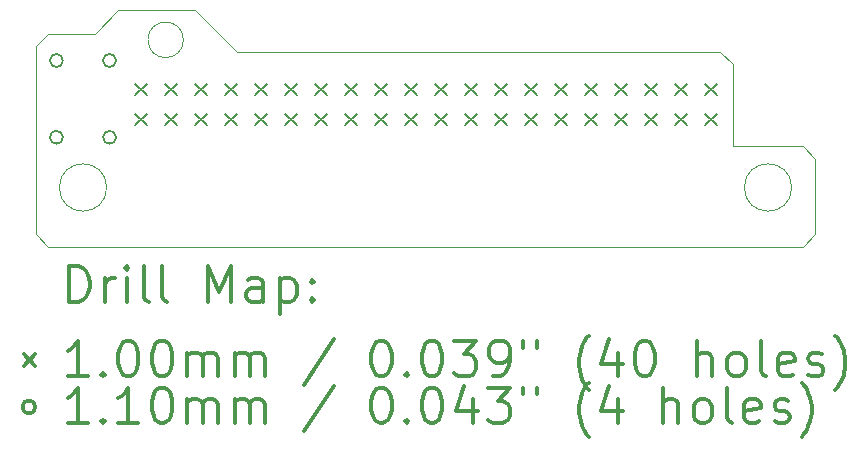
<source format=gbr>
%FSLAX45Y45*%
G04 Gerber Fmt 4.5, Leading zero omitted, Abs format (unit mm)*
G04 Created by KiCad (PCBNEW 5.1.9) date 2021-02-16 04:36:51*
%MOMM*%
%LPD*%
G01*
G04 APERTURE LIST*
%TA.AperFunction,Profile*%
%ADD10C,0.050000*%
%TD*%
%ADD11C,0.200000*%
%ADD12C,0.300000*%
G04 APERTURE END LIST*
D10*
X11708300Y-9606500D02*
X12102300Y-9606500D01*
X12102300Y-9606500D02*
X12302300Y-9406500D01*
X12302300Y-9406500D02*
X12952300Y-9406500D01*
X12952300Y-9406500D02*
X13302300Y-9756500D01*
X13302300Y-9756500D02*
X17396200Y-9756500D01*
X17396200Y-9756500D02*
X17502300Y-9862600D01*
X17502300Y-9862600D02*
X17502300Y-10556500D01*
X17502300Y-10556500D02*
X18096200Y-10556500D01*
X18096200Y-10556500D02*
X18202300Y-10662600D01*
X18202300Y-10662600D02*
X18202300Y-11300500D01*
X18202300Y-11300500D02*
X18096200Y-11406500D01*
X18096200Y-11406500D02*
X11708300Y-11406500D01*
X11708300Y-11406500D02*
X11602300Y-11300500D01*
X11602300Y-11300500D02*
X11602300Y-9712600D01*
X11602300Y-9712600D02*
X11708300Y-9606500D01*
X12202300Y-10906500D02*
G75*
G03*
X12202300Y-10906500I-200000J0D01*
G01*
X18002300Y-10906500D02*
G75*
G03*
X18002300Y-10906500I-200000J0D01*
G01*
X12852300Y-9656500D02*
G75*
G03*
X12852300Y-9656500I-150000J0D01*
G01*
D11*
X12442280Y-10026533D02*
X12542280Y-10126533D01*
X12542280Y-10026533D02*
X12442280Y-10126533D01*
X12442280Y-10280533D02*
X12542280Y-10380533D01*
X12542280Y-10280533D02*
X12442280Y-10380533D01*
X12696280Y-10026533D02*
X12796280Y-10126533D01*
X12796280Y-10026533D02*
X12696280Y-10126533D01*
X12696280Y-10280533D02*
X12796280Y-10380533D01*
X12796280Y-10280533D02*
X12696280Y-10380533D01*
X12950280Y-10026533D02*
X13050280Y-10126533D01*
X13050280Y-10026533D02*
X12950280Y-10126533D01*
X12950280Y-10280533D02*
X13050280Y-10380533D01*
X13050280Y-10280533D02*
X12950280Y-10380533D01*
X13204280Y-10026533D02*
X13304280Y-10126533D01*
X13304280Y-10026533D02*
X13204280Y-10126533D01*
X13204280Y-10280533D02*
X13304280Y-10380533D01*
X13304280Y-10280533D02*
X13204280Y-10380533D01*
X13458280Y-10026533D02*
X13558280Y-10126533D01*
X13558280Y-10026533D02*
X13458280Y-10126533D01*
X13458280Y-10280533D02*
X13558280Y-10380533D01*
X13558280Y-10280533D02*
X13458280Y-10380533D01*
X13712280Y-10026533D02*
X13812280Y-10126533D01*
X13812280Y-10026533D02*
X13712280Y-10126533D01*
X13712280Y-10280533D02*
X13812280Y-10380533D01*
X13812280Y-10280533D02*
X13712280Y-10380533D01*
X13966280Y-10026533D02*
X14066280Y-10126533D01*
X14066280Y-10026533D02*
X13966280Y-10126533D01*
X13966280Y-10280533D02*
X14066280Y-10380533D01*
X14066280Y-10280533D02*
X13966280Y-10380533D01*
X14220280Y-10026533D02*
X14320280Y-10126533D01*
X14320280Y-10026533D02*
X14220280Y-10126533D01*
X14220280Y-10280533D02*
X14320280Y-10380533D01*
X14320280Y-10280533D02*
X14220280Y-10380533D01*
X14474280Y-10026533D02*
X14574280Y-10126533D01*
X14574280Y-10026533D02*
X14474280Y-10126533D01*
X14474280Y-10280533D02*
X14574280Y-10380533D01*
X14574280Y-10280533D02*
X14474280Y-10380533D01*
X14728280Y-10026533D02*
X14828280Y-10126533D01*
X14828280Y-10026533D02*
X14728280Y-10126533D01*
X14728280Y-10280533D02*
X14828280Y-10380533D01*
X14828280Y-10280533D02*
X14728280Y-10380533D01*
X14982280Y-10026533D02*
X15082280Y-10126533D01*
X15082280Y-10026533D02*
X14982280Y-10126533D01*
X14982280Y-10280533D02*
X15082280Y-10380533D01*
X15082280Y-10280533D02*
X14982280Y-10380533D01*
X15236280Y-10026533D02*
X15336280Y-10126533D01*
X15336280Y-10026533D02*
X15236280Y-10126533D01*
X15236280Y-10280533D02*
X15336280Y-10380533D01*
X15336280Y-10280533D02*
X15236280Y-10380533D01*
X15490280Y-10026533D02*
X15590280Y-10126533D01*
X15590280Y-10026533D02*
X15490280Y-10126533D01*
X15490280Y-10280533D02*
X15590280Y-10380533D01*
X15590280Y-10280533D02*
X15490280Y-10380533D01*
X15744280Y-10026533D02*
X15844280Y-10126533D01*
X15844280Y-10026533D02*
X15744280Y-10126533D01*
X15744280Y-10280533D02*
X15844280Y-10380533D01*
X15844280Y-10280533D02*
X15744280Y-10380533D01*
X15998280Y-10026533D02*
X16098280Y-10126533D01*
X16098280Y-10026533D02*
X15998280Y-10126533D01*
X15998280Y-10280533D02*
X16098280Y-10380533D01*
X16098280Y-10280533D02*
X15998280Y-10380533D01*
X16252280Y-10026533D02*
X16352280Y-10126533D01*
X16352280Y-10026533D02*
X16252280Y-10126533D01*
X16252280Y-10280533D02*
X16352280Y-10380533D01*
X16352280Y-10280533D02*
X16252280Y-10380533D01*
X16506280Y-10026533D02*
X16606280Y-10126533D01*
X16606280Y-10026533D02*
X16506280Y-10126533D01*
X16506280Y-10280533D02*
X16606280Y-10380533D01*
X16606280Y-10280533D02*
X16506280Y-10380533D01*
X16760280Y-10026533D02*
X16860280Y-10126533D01*
X16860280Y-10026533D02*
X16760280Y-10126533D01*
X16760280Y-10280533D02*
X16860280Y-10380533D01*
X16860280Y-10280533D02*
X16760280Y-10380533D01*
X17014280Y-10026533D02*
X17114280Y-10126533D01*
X17114280Y-10026533D02*
X17014280Y-10126533D01*
X17014280Y-10280533D02*
X17114280Y-10380533D01*
X17114280Y-10280533D02*
X17014280Y-10380533D01*
X17268280Y-10026533D02*
X17368280Y-10126533D01*
X17368280Y-10026533D02*
X17268280Y-10126533D01*
X17268280Y-10280533D02*
X17368280Y-10380533D01*
X17368280Y-10280533D02*
X17268280Y-10380533D01*
X11832280Y-9831533D02*
G75*
G03*
X11832280Y-9831533I-55000J0D01*
G01*
X11832280Y-10481533D02*
G75*
G03*
X11832280Y-10481533I-55000J0D01*
G01*
X12282280Y-9831533D02*
G75*
G03*
X12282280Y-9831533I-55000J0D01*
G01*
X12282280Y-10481533D02*
G75*
G03*
X12282280Y-10481533I-55000J0D01*
G01*
D12*
X11886228Y-11874714D02*
X11886228Y-11574714D01*
X11957657Y-11574714D01*
X12000514Y-11589000D01*
X12029086Y-11617571D01*
X12043371Y-11646143D01*
X12057657Y-11703286D01*
X12057657Y-11746143D01*
X12043371Y-11803286D01*
X12029086Y-11831857D01*
X12000514Y-11860429D01*
X11957657Y-11874714D01*
X11886228Y-11874714D01*
X12186228Y-11874714D02*
X12186228Y-11674714D01*
X12186228Y-11731857D02*
X12200514Y-11703286D01*
X12214800Y-11689000D01*
X12243371Y-11674714D01*
X12271943Y-11674714D01*
X12371943Y-11874714D02*
X12371943Y-11674714D01*
X12371943Y-11574714D02*
X12357657Y-11589000D01*
X12371943Y-11603286D01*
X12386228Y-11589000D01*
X12371943Y-11574714D01*
X12371943Y-11603286D01*
X12557657Y-11874714D02*
X12529086Y-11860429D01*
X12514800Y-11831857D01*
X12514800Y-11574714D01*
X12714800Y-11874714D02*
X12686228Y-11860429D01*
X12671943Y-11831857D01*
X12671943Y-11574714D01*
X13057657Y-11874714D02*
X13057657Y-11574714D01*
X13157657Y-11789000D01*
X13257657Y-11574714D01*
X13257657Y-11874714D01*
X13529086Y-11874714D02*
X13529086Y-11717571D01*
X13514800Y-11689000D01*
X13486228Y-11674714D01*
X13429086Y-11674714D01*
X13400514Y-11689000D01*
X13529086Y-11860429D02*
X13500514Y-11874714D01*
X13429086Y-11874714D01*
X13400514Y-11860429D01*
X13386228Y-11831857D01*
X13386228Y-11803286D01*
X13400514Y-11774714D01*
X13429086Y-11760429D01*
X13500514Y-11760429D01*
X13529086Y-11746143D01*
X13671943Y-11674714D02*
X13671943Y-11974714D01*
X13671943Y-11689000D02*
X13700514Y-11674714D01*
X13757657Y-11674714D01*
X13786228Y-11689000D01*
X13800514Y-11703286D01*
X13814800Y-11731857D01*
X13814800Y-11817571D01*
X13800514Y-11846143D01*
X13786228Y-11860429D01*
X13757657Y-11874714D01*
X13700514Y-11874714D01*
X13671943Y-11860429D01*
X13943371Y-11846143D02*
X13957657Y-11860429D01*
X13943371Y-11874714D01*
X13929086Y-11860429D01*
X13943371Y-11846143D01*
X13943371Y-11874714D01*
X13943371Y-11689000D02*
X13957657Y-11703286D01*
X13943371Y-11717571D01*
X13929086Y-11703286D01*
X13943371Y-11689000D01*
X13943371Y-11717571D01*
X11499800Y-12319000D02*
X11599800Y-12419000D01*
X11599800Y-12319000D02*
X11499800Y-12419000D01*
X12043371Y-12504714D02*
X11871943Y-12504714D01*
X11957657Y-12504714D02*
X11957657Y-12204714D01*
X11929086Y-12247571D01*
X11900514Y-12276143D01*
X11871943Y-12290429D01*
X12171943Y-12476143D02*
X12186228Y-12490429D01*
X12171943Y-12504714D01*
X12157657Y-12490429D01*
X12171943Y-12476143D01*
X12171943Y-12504714D01*
X12371943Y-12204714D02*
X12400514Y-12204714D01*
X12429086Y-12219000D01*
X12443371Y-12233286D01*
X12457657Y-12261857D01*
X12471943Y-12319000D01*
X12471943Y-12390429D01*
X12457657Y-12447571D01*
X12443371Y-12476143D01*
X12429086Y-12490429D01*
X12400514Y-12504714D01*
X12371943Y-12504714D01*
X12343371Y-12490429D01*
X12329086Y-12476143D01*
X12314800Y-12447571D01*
X12300514Y-12390429D01*
X12300514Y-12319000D01*
X12314800Y-12261857D01*
X12329086Y-12233286D01*
X12343371Y-12219000D01*
X12371943Y-12204714D01*
X12657657Y-12204714D02*
X12686228Y-12204714D01*
X12714800Y-12219000D01*
X12729086Y-12233286D01*
X12743371Y-12261857D01*
X12757657Y-12319000D01*
X12757657Y-12390429D01*
X12743371Y-12447571D01*
X12729086Y-12476143D01*
X12714800Y-12490429D01*
X12686228Y-12504714D01*
X12657657Y-12504714D01*
X12629086Y-12490429D01*
X12614800Y-12476143D01*
X12600514Y-12447571D01*
X12586228Y-12390429D01*
X12586228Y-12319000D01*
X12600514Y-12261857D01*
X12614800Y-12233286D01*
X12629086Y-12219000D01*
X12657657Y-12204714D01*
X12886228Y-12504714D02*
X12886228Y-12304714D01*
X12886228Y-12333286D02*
X12900514Y-12319000D01*
X12929086Y-12304714D01*
X12971943Y-12304714D01*
X13000514Y-12319000D01*
X13014800Y-12347571D01*
X13014800Y-12504714D01*
X13014800Y-12347571D02*
X13029086Y-12319000D01*
X13057657Y-12304714D01*
X13100514Y-12304714D01*
X13129086Y-12319000D01*
X13143371Y-12347571D01*
X13143371Y-12504714D01*
X13286228Y-12504714D02*
X13286228Y-12304714D01*
X13286228Y-12333286D02*
X13300514Y-12319000D01*
X13329086Y-12304714D01*
X13371943Y-12304714D01*
X13400514Y-12319000D01*
X13414800Y-12347571D01*
X13414800Y-12504714D01*
X13414800Y-12347571D02*
X13429086Y-12319000D01*
X13457657Y-12304714D01*
X13500514Y-12304714D01*
X13529086Y-12319000D01*
X13543371Y-12347571D01*
X13543371Y-12504714D01*
X14129086Y-12190429D02*
X13871943Y-12576143D01*
X14514800Y-12204714D02*
X14543371Y-12204714D01*
X14571943Y-12219000D01*
X14586228Y-12233286D01*
X14600514Y-12261857D01*
X14614800Y-12319000D01*
X14614800Y-12390429D01*
X14600514Y-12447571D01*
X14586228Y-12476143D01*
X14571943Y-12490429D01*
X14543371Y-12504714D01*
X14514800Y-12504714D01*
X14486228Y-12490429D01*
X14471943Y-12476143D01*
X14457657Y-12447571D01*
X14443371Y-12390429D01*
X14443371Y-12319000D01*
X14457657Y-12261857D01*
X14471943Y-12233286D01*
X14486228Y-12219000D01*
X14514800Y-12204714D01*
X14743371Y-12476143D02*
X14757657Y-12490429D01*
X14743371Y-12504714D01*
X14729086Y-12490429D01*
X14743371Y-12476143D01*
X14743371Y-12504714D01*
X14943371Y-12204714D02*
X14971943Y-12204714D01*
X15000514Y-12219000D01*
X15014800Y-12233286D01*
X15029086Y-12261857D01*
X15043371Y-12319000D01*
X15043371Y-12390429D01*
X15029086Y-12447571D01*
X15014800Y-12476143D01*
X15000514Y-12490429D01*
X14971943Y-12504714D01*
X14943371Y-12504714D01*
X14914800Y-12490429D01*
X14900514Y-12476143D01*
X14886228Y-12447571D01*
X14871943Y-12390429D01*
X14871943Y-12319000D01*
X14886228Y-12261857D01*
X14900514Y-12233286D01*
X14914800Y-12219000D01*
X14943371Y-12204714D01*
X15143371Y-12204714D02*
X15329086Y-12204714D01*
X15229086Y-12319000D01*
X15271943Y-12319000D01*
X15300514Y-12333286D01*
X15314800Y-12347571D01*
X15329086Y-12376143D01*
X15329086Y-12447571D01*
X15314800Y-12476143D01*
X15300514Y-12490429D01*
X15271943Y-12504714D01*
X15186228Y-12504714D01*
X15157657Y-12490429D01*
X15143371Y-12476143D01*
X15471943Y-12504714D02*
X15529086Y-12504714D01*
X15557657Y-12490429D01*
X15571943Y-12476143D01*
X15600514Y-12433286D01*
X15614800Y-12376143D01*
X15614800Y-12261857D01*
X15600514Y-12233286D01*
X15586228Y-12219000D01*
X15557657Y-12204714D01*
X15500514Y-12204714D01*
X15471943Y-12219000D01*
X15457657Y-12233286D01*
X15443371Y-12261857D01*
X15443371Y-12333286D01*
X15457657Y-12361857D01*
X15471943Y-12376143D01*
X15500514Y-12390429D01*
X15557657Y-12390429D01*
X15586228Y-12376143D01*
X15600514Y-12361857D01*
X15614800Y-12333286D01*
X15729086Y-12204714D02*
X15729086Y-12261857D01*
X15843371Y-12204714D02*
X15843371Y-12261857D01*
X16286228Y-12619000D02*
X16271943Y-12604714D01*
X16243371Y-12561857D01*
X16229086Y-12533286D01*
X16214800Y-12490429D01*
X16200514Y-12419000D01*
X16200514Y-12361857D01*
X16214800Y-12290429D01*
X16229086Y-12247571D01*
X16243371Y-12219000D01*
X16271943Y-12176143D01*
X16286228Y-12161857D01*
X16529086Y-12304714D02*
X16529086Y-12504714D01*
X16457657Y-12190429D02*
X16386228Y-12404714D01*
X16571943Y-12404714D01*
X16743371Y-12204714D02*
X16771943Y-12204714D01*
X16800514Y-12219000D01*
X16814800Y-12233286D01*
X16829086Y-12261857D01*
X16843371Y-12319000D01*
X16843371Y-12390429D01*
X16829086Y-12447571D01*
X16814800Y-12476143D01*
X16800514Y-12490429D01*
X16771943Y-12504714D01*
X16743371Y-12504714D01*
X16714800Y-12490429D01*
X16700514Y-12476143D01*
X16686228Y-12447571D01*
X16671943Y-12390429D01*
X16671943Y-12319000D01*
X16686228Y-12261857D01*
X16700514Y-12233286D01*
X16714800Y-12219000D01*
X16743371Y-12204714D01*
X17200514Y-12504714D02*
X17200514Y-12204714D01*
X17329086Y-12504714D02*
X17329086Y-12347571D01*
X17314800Y-12319000D01*
X17286228Y-12304714D01*
X17243371Y-12304714D01*
X17214800Y-12319000D01*
X17200514Y-12333286D01*
X17514800Y-12504714D02*
X17486228Y-12490429D01*
X17471943Y-12476143D01*
X17457657Y-12447571D01*
X17457657Y-12361857D01*
X17471943Y-12333286D01*
X17486228Y-12319000D01*
X17514800Y-12304714D01*
X17557657Y-12304714D01*
X17586228Y-12319000D01*
X17600514Y-12333286D01*
X17614800Y-12361857D01*
X17614800Y-12447571D01*
X17600514Y-12476143D01*
X17586228Y-12490429D01*
X17557657Y-12504714D01*
X17514800Y-12504714D01*
X17786228Y-12504714D02*
X17757657Y-12490429D01*
X17743371Y-12461857D01*
X17743371Y-12204714D01*
X18014800Y-12490429D02*
X17986228Y-12504714D01*
X17929086Y-12504714D01*
X17900514Y-12490429D01*
X17886228Y-12461857D01*
X17886228Y-12347571D01*
X17900514Y-12319000D01*
X17929086Y-12304714D01*
X17986228Y-12304714D01*
X18014800Y-12319000D01*
X18029086Y-12347571D01*
X18029086Y-12376143D01*
X17886228Y-12404714D01*
X18143371Y-12490429D02*
X18171943Y-12504714D01*
X18229086Y-12504714D01*
X18257657Y-12490429D01*
X18271943Y-12461857D01*
X18271943Y-12447571D01*
X18257657Y-12419000D01*
X18229086Y-12404714D01*
X18186228Y-12404714D01*
X18157657Y-12390429D01*
X18143371Y-12361857D01*
X18143371Y-12347571D01*
X18157657Y-12319000D01*
X18186228Y-12304714D01*
X18229086Y-12304714D01*
X18257657Y-12319000D01*
X18371943Y-12619000D02*
X18386228Y-12604714D01*
X18414800Y-12561857D01*
X18429086Y-12533286D01*
X18443371Y-12490429D01*
X18457657Y-12419000D01*
X18457657Y-12361857D01*
X18443371Y-12290429D01*
X18429086Y-12247571D01*
X18414800Y-12219000D01*
X18386228Y-12176143D01*
X18371943Y-12161857D01*
X11599800Y-12765000D02*
G75*
G03*
X11599800Y-12765000I-55000J0D01*
G01*
X12043371Y-12900714D02*
X11871943Y-12900714D01*
X11957657Y-12900714D02*
X11957657Y-12600714D01*
X11929086Y-12643571D01*
X11900514Y-12672143D01*
X11871943Y-12686429D01*
X12171943Y-12872143D02*
X12186228Y-12886429D01*
X12171943Y-12900714D01*
X12157657Y-12886429D01*
X12171943Y-12872143D01*
X12171943Y-12900714D01*
X12471943Y-12900714D02*
X12300514Y-12900714D01*
X12386228Y-12900714D02*
X12386228Y-12600714D01*
X12357657Y-12643571D01*
X12329086Y-12672143D01*
X12300514Y-12686429D01*
X12657657Y-12600714D02*
X12686228Y-12600714D01*
X12714800Y-12615000D01*
X12729086Y-12629286D01*
X12743371Y-12657857D01*
X12757657Y-12715000D01*
X12757657Y-12786429D01*
X12743371Y-12843571D01*
X12729086Y-12872143D01*
X12714800Y-12886429D01*
X12686228Y-12900714D01*
X12657657Y-12900714D01*
X12629086Y-12886429D01*
X12614800Y-12872143D01*
X12600514Y-12843571D01*
X12586228Y-12786429D01*
X12586228Y-12715000D01*
X12600514Y-12657857D01*
X12614800Y-12629286D01*
X12629086Y-12615000D01*
X12657657Y-12600714D01*
X12886228Y-12900714D02*
X12886228Y-12700714D01*
X12886228Y-12729286D02*
X12900514Y-12715000D01*
X12929086Y-12700714D01*
X12971943Y-12700714D01*
X13000514Y-12715000D01*
X13014800Y-12743571D01*
X13014800Y-12900714D01*
X13014800Y-12743571D02*
X13029086Y-12715000D01*
X13057657Y-12700714D01*
X13100514Y-12700714D01*
X13129086Y-12715000D01*
X13143371Y-12743571D01*
X13143371Y-12900714D01*
X13286228Y-12900714D02*
X13286228Y-12700714D01*
X13286228Y-12729286D02*
X13300514Y-12715000D01*
X13329086Y-12700714D01*
X13371943Y-12700714D01*
X13400514Y-12715000D01*
X13414800Y-12743571D01*
X13414800Y-12900714D01*
X13414800Y-12743571D02*
X13429086Y-12715000D01*
X13457657Y-12700714D01*
X13500514Y-12700714D01*
X13529086Y-12715000D01*
X13543371Y-12743571D01*
X13543371Y-12900714D01*
X14129086Y-12586429D02*
X13871943Y-12972143D01*
X14514800Y-12600714D02*
X14543371Y-12600714D01*
X14571943Y-12615000D01*
X14586228Y-12629286D01*
X14600514Y-12657857D01*
X14614800Y-12715000D01*
X14614800Y-12786429D01*
X14600514Y-12843571D01*
X14586228Y-12872143D01*
X14571943Y-12886429D01*
X14543371Y-12900714D01*
X14514800Y-12900714D01*
X14486228Y-12886429D01*
X14471943Y-12872143D01*
X14457657Y-12843571D01*
X14443371Y-12786429D01*
X14443371Y-12715000D01*
X14457657Y-12657857D01*
X14471943Y-12629286D01*
X14486228Y-12615000D01*
X14514800Y-12600714D01*
X14743371Y-12872143D02*
X14757657Y-12886429D01*
X14743371Y-12900714D01*
X14729086Y-12886429D01*
X14743371Y-12872143D01*
X14743371Y-12900714D01*
X14943371Y-12600714D02*
X14971943Y-12600714D01*
X15000514Y-12615000D01*
X15014800Y-12629286D01*
X15029086Y-12657857D01*
X15043371Y-12715000D01*
X15043371Y-12786429D01*
X15029086Y-12843571D01*
X15014800Y-12872143D01*
X15000514Y-12886429D01*
X14971943Y-12900714D01*
X14943371Y-12900714D01*
X14914800Y-12886429D01*
X14900514Y-12872143D01*
X14886228Y-12843571D01*
X14871943Y-12786429D01*
X14871943Y-12715000D01*
X14886228Y-12657857D01*
X14900514Y-12629286D01*
X14914800Y-12615000D01*
X14943371Y-12600714D01*
X15300514Y-12700714D02*
X15300514Y-12900714D01*
X15229086Y-12586429D02*
X15157657Y-12800714D01*
X15343371Y-12800714D01*
X15429086Y-12600714D02*
X15614800Y-12600714D01*
X15514800Y-12715000D01*
X15557657Y-12715000D01*
X15586228Y-12729286D01*
X15600514Y-12743571D01*
X15614800Y-12772143D01*
X15614800Y-12843571D01*
X15600514Y-12872143D01*
X15586228Y-12886429D01*
X15557657Y-12900714D01*
X15471943Y-12900714D01*
X15443371Y-12886429D01*
X15429086Y-12872143D01*
X15729086Y-12600714D02*
X15729086Y-12657857D01*
X15843371Y-12600714D02*
X15843371Y-12657857D01*
X16286228Y-13015000D02*
X16271943Y-13000714D01*
X16243371Y-12957857D01*
X16229086Y-12929286D01*
X16214800Y-12886429D01*
X16200514Y-12815000D01*
X16200514Y-12757857D01*
X16214800Y-12686429D01*
X16229086Y-12643571D01*
X16243371Y-12615000D01*
X16271943Y-12572143D01*
X16286228Y-12557857D01*
X16529086Y-12700714D02*
X16529086Y-12900714D01*
X16457657Y-12586429D02*
X16386228Y-12800714D01*
X16571943Y-12800714D01*
X16914800Y-12900714D02*
X16914800Y-12600714D01*
X17043371Y-12900714D02*
X17043371Y-12743571D01*
X17029086Y-12715000D01*
X17000514Y-12700714D01*
X16957657Y-12700714D01*
X16929086Y-12715000D01*
X16914800Y-12729286D01*
X17229086Y-12900714D02*
X17200514Y-12886429D01*
X17186228Y-12872143D01*
X17171943Y-12843571D01*
X17171943Y-12757857D01*
X17186228Y-12729286D01*
X17200514Y-12715000D01*
X17229086Y-12700714D01*
X17271943Y-12700714D01*
X17300514Y-12715000D01*
X17314800Y-12729286D01*
X17329086Y-12757857D01*
X17329086Y-12843571D01*
X17314800Y-12872143D01*
X17300514Y-12886429D01*
X17271943Y-12900714D01*
X17229086Y-12900714D01*
X17500514Y-12900714D02*
X17471943Y-12886429D01*
X17457657Y-12857857D01*
X17457657Y-12600714D01*
X17729086Y-12886429D02*
X17700514Y-12900714D01*
X17643371Y-12900714D01*
X17614800Y-12886429D01*
X17600514Y-12857857D01*
X17600514Y-12743571D01*
X17614800Y-12715000D01*
X17643371Y-12700714D01*
X17700514Y-12700714D01*
X17729086Y-12715000D01*
X17743371Y-12743571D01*
X17743371Y-12772143D01*
X17600514Y-12800714D01*
X17857657Y-12886429D02*
X17886228Y-12900714D01*
X17943371Y-12900714D01*
X17971943Y-12886429D01*
X17986228Y-12857857D01*
X17986228Y-12843571D01*
X17971943Y-12815000D01*
X17943371Y-12800714D01*
X17900514Y-12800714D01*
X17871943Y-12786429D01*
X17857657Y-12757857D01*
X17857657Y-12743571D01*
X17871943Y-12715000D01*
X17900514Y-12700714D01*
X17943371Y-12700714D01*
X17971943Y-12715000D01*
X18086228Y-13015000D02*
X18100514Y-13000714D01*
X18129086Y-12957857D01*
X18143371Y-12929286D01*
X18157657Y-12886429D01*
X18171943Y-12815000D01*
X18171943Y-12757857D01*
X18157657Y-12686429D01*
X18143371Y-12643571D01*
X18129086Y-12615000D01*
X18100514Y-12572143D01*
X18086228Y-12557857D01*
M02*

</source>
